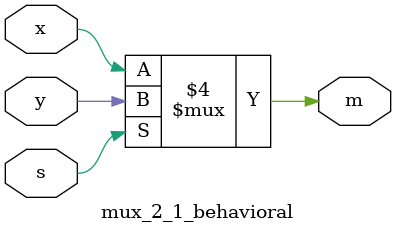
<source format=v>
`timescale 1ns / 1ps


module mux_2_1_behavioral(
    input x,
    input y,
    input s,
    output reg m
    );
    
    always @(*) begin
        if (s == 0) begin
            m = x;
        end else begin
            m = y;
        end
    end
        
endmodule





</source>
